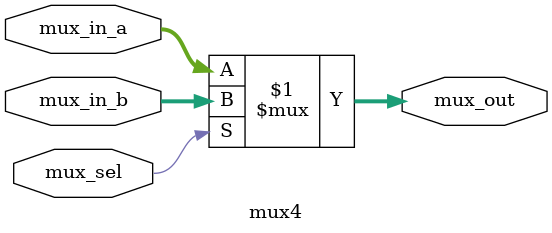
<source format=v>
module mux4(input[3:0] mux_in_a,mux_in_b,input mux_sel, output [3:0] mux_out );



assign mux_out = mux_sel ? mux_in_b : mux_in_a;


endmodule 





/*module TB();


reg[3:0] a,b;

reg sel;

wire[3:0] r;





initial begin 


a=5;
b=10;
sel=0;


#10


a=5;
b=10;
sel=1;




end


mux4 mux4_test(.mux_in_a(a),.mux_in_b(b),.mux_sel(sel),.mux_out(r));


endmodule */
</source>
